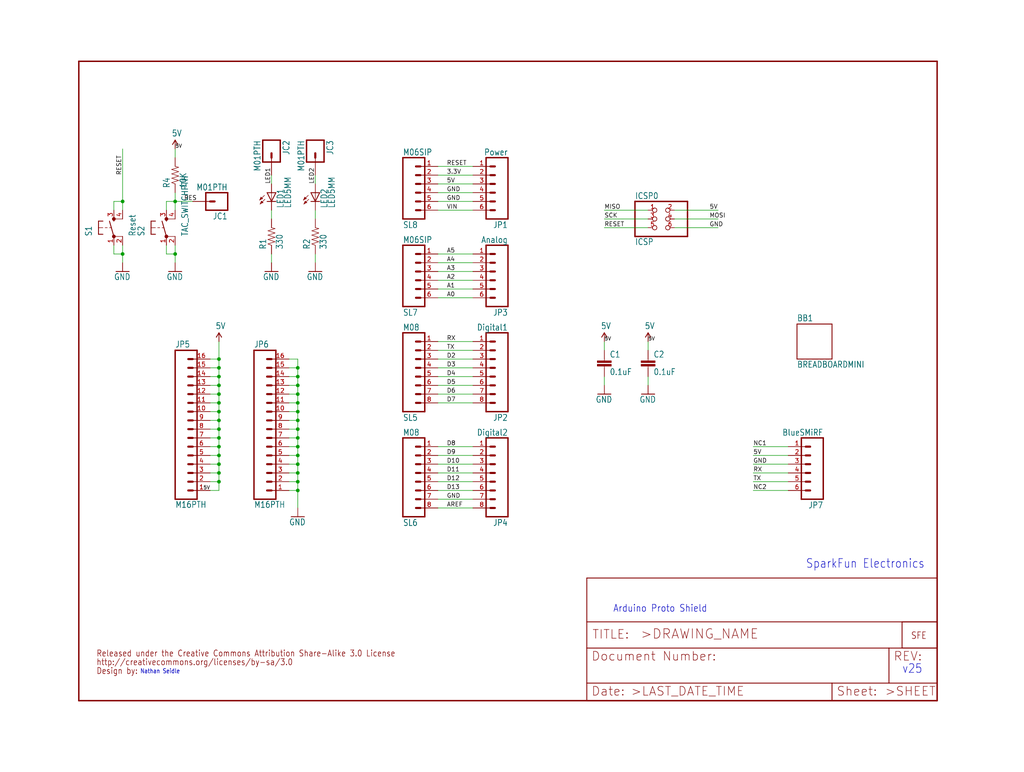
<source format=kicad_sch>
(kicad_sch (version 20211123) (generator eeschema)
  (paper "User" 297.002 223.926)
  (lib_symbols
    (symbol "eagleSchem-eagle-import:BREADBOARDMINI"
      (property "Value" "BREADBOARDMINI" (at -5.08 -7.62 0))
      (symbol "BREADBOARDMINI_1_0"
        (polyline (pts (xy -5.08 -5.08) (xy 5.08 -5.08)) (stroke (width 0.254)))
        (polyline (pts (xy -5.08 5.08) (xy -5.08 -5.08)) (stroke (width 0.254)))
        (polyline (pts (xy 5.08 -5.08) (xy 5.08 5.08)) (stroke (width 0.254)))
        (polyline (pts (xy 5.08 5.08) (xy -5.08 5.08)) (stroke (width 0.254)))
      )
    )
    (symbol "eagleSchem-eagle-import:CAPPTH2"
      (property "Reference" "C" (at 1.524 2.921 0))
      (property "Value" "CAPPTH2" (at 1.524 -2.159 0))
      (symbol "CAPPTH2_1_0"
        (rectangle (start -2.032 0.508) (end 2.032 1.016) (fill (type outline)))
        (rectangle (start -2.032 1.524) (end 2.032 2.032) (fill (type outline)))
        (polyline (pts (xy 0 0) (xy 0 0.508)) (stroke (width 0.1524)))
        (polyline (pts (xy 0 2.54) (xy 0 2.032)) (stroke (width 0.1524)))
        (pin passive line (at 0 5.08 270) (length 2.54) (name "1") (number "1"))
        (pin passive line (at 0 -2.54 90) (length 2.54) (name "2") (number "2"))
      )
    )
    (symbol "eagleSchem-eagle-import:CREATIVE_COMMONS"
      (symbol "CREATIVE_COMMONS_1_0"
        (text "Design by:" (at 0 0 0) (effects (font (size 1.778 1.5113)) (justify left bottom)))
        (text "http://creativecommons.org/licenses/by-sa/3.0" (at 0 2.54 0) (effects (font (size 1.778 1.5113)) (justify left bottom)))
        (text "Released under the Creative Commons Attribution Share-Alike 3.0 License" (at 0 5.08 0) (effects (font (size 1.778 1.5113)) (justify left bottom)))
      )
    )
    (symbol "eagleSchem-eagle-import:FRAME-LETTER"
      (symbol "FRAME-LETTER_1_0"
        (polyline (pts (xy 0 0) (xy 248.92 0)) (stroke (width 0.4064)))
        (polyline (pts (xy 0 185.42) (xy 0 0)) (stroke (width 0.4064)))
        (polyline (pts (xy 0 185.42) (xy 248.92 185.42)) (stroke (width 0.4064)))
        (polyline (pts (xy 248.92 185.42) (xy 248.92 0)) (stroke (width 0.4064)))
      )
      (symbol "FRAME-LETTER_2_0"
        (polyline (pts (xy 0 0) (xy 0 5.08)) (stroke (width 0.254)))
        (polyline (pts (xy 0 0) (xy 71.12 0)) (stroke (width 0.254)))
        (polyline (pts (xy 0 5.08) (xy 0 15.24)) (stroke (width 0.254)))
        (polyline (pts (xy 0 5.08) (xy 71.12 5.08)) (stroke (width 0.254)))
        (polyline (pts (xy 0 15.24) (xy 0 22.86)) (stroke (width 0.254)))
        (polyline (pts (xy 0 22.86) (xy 0 35.56)) (stroke (width 0.254)))
        (polyline (pts (xy 0 22.86) (xy 101.6 22.86)) (stroke (width 0.254)))
        (polyline (pts (xy 71.12 0) (xy 101.6 0)) (stroke (width 0.254)))
        (polyline (pts (xy 71.12 5.08) (xy 71.12 0)) (stroke (width 0.254)))
        (polyline (pts (xy 71.12 5.08) (xy 87.63 5.08)) (stroke (width 0.254)))
        (polyline (pts (xy 87.63 5.08) (xy 101.6 5.08)) (stroke (width 0.254)))
        (polyline (pts (xy 87.63 15.24) (xy 0 15.24)) (stroke (width 0.254)))
        (polyline (pts (xy 87.63 15.24) (xy 87.63 5.08)) (stroke (width 0.254)))
        (polyline (pts (xy 101.6 5.08) (xy 101.6 0)) (stroke (width 0.254)))
        (polyline (pts (xy 101.6 15.24) (xy 87.63 15.24)) (stroke (width 0.254)))
        (polyline (pts (xy 101.6 15.24) (xy 101.6 5.08)) (stroke (width 0.254)))
        (polyline (pts (xy 101.6 22.86) (xy 101.6 15.24)) (stroke (width 0.254)))
        (polyline (pts (xy 101.6 35.56) (xy 0 35.56)) (stroke (width 0.254)))
        (polyline (pts (xy 101.6 35.56) (xy 101.6 22.86)) (stroke (width 0.254)))
        (text ">DRAWING_NAME" (at 15.494 17.78 0) (effects (font (size 2.7432 2.7432)) (justify left bottom)))
        (text ">LAST_DATE_TIME" (at 12.7 1.27 0) (effects (font (size 2.54 2.54)) (justify left bottom)))
        (text ">SHEET" (at 86.36 1.27 0) (effects (font (size 2.54 2.54)) (justify left bottom)))
        (text "Date:" (at 1.27 1.27 0) (effects (font (size 2.54 2.54)) (justify left bottom)))
        (text "Document Number:" (at 1.27 11.43 0) (effects (font (size 2.54 2.54)) (justify left bottom)))
        (text "REV:" (at 88.9 11.43 0) (effects (font (size 2.54 2.54)) (justify left bottom)))
        (text "Sheet:" (at 72.39 1.27 0) (effects (font (size 2.54 2.54)) (justify left bottom)))
        (text "TITLE:" (at 1.524 17.78 0) (effects (font (size 2.54 2.54)) (justify left bottom)))
      )
    )
    (symbol "eagleSchem-eagle-import:GND" (power)
      (property "Value" "GND" (at -2.54 -2.54 0))
      (symbol "GND_1_0"
        (polyline (pts (xy -1.905 0) (xy 1.905 0)) (stroke (width 0.254)))
        (pin power_in line (at 0 2.54 270) (length 2.54) (name "GND") (number "1"))
      )
    )
    (symbol "eagleSchem-eagle-import:LED5MM"
      (property "Reference" "LED" (at 3.556 -4.572 90))
      (property "Value" "LED5MM" (at 5.715 -4.572 90))
      (symbol "LED5MM_1_0"
        (polyline (pts (xy -2.032 -0.762) (xy -3.429 -2.159)) (stroke (width 0.1524)))
        (polyline (pts (xy -1.905 -1.905) (xy -3.302 -3.302)) (stroke (width 0.1524)))
        (polyline (pts (xy 0 -2.54) (xy -1.27 -2.54)) (stroke (width 0.254)))
        (polyline (pts (xy 0 -2.54) (xy -1.27 0)) (stroke (width 0.254)))
        (polyline (pts (xy 0 0) (xy -1.27 0)) (stroke (width 0.254)))
        (polyline (pts (xy 0 0) (xy 0 -2.54)) (stroke (width 0.1524)))
        (polyline (pts (xy 1.27 -2.54) (xy 0 -2.54)) (stroke (width 0.254)))
        (polyline (pts (xy 1.27 0) (xy 0 -2.54)) (stroke (width 0.254)))
        (polyline (pts (xy 1.27 0) (xy 0 0)) (stroke (width 0.254)))
        (polyline (pts (xy -3.429 -2.159) (xy -3.048 -1.27) (xy -2.54 -1.778)) (fill (type outline)))
        (polyline (pts (xy -3.302 -3.302) (xy -2.921 -2.413) (xy -2.413 -2.921)) (fill (type outline)))
        (pin passive line (at 0 2.54 270) (length 2.54) (name "A") (number "A"))
        (pin passive line (at 0 -5.08 90) (length 2.54) (name "C") (number "K"))
      )
    )
    (symbol "eagleSchem-eagle-import:LOGO-SFENEW"
      (symbol "LOGO-SFENEW_1_0"
        (polyline (pts (xy -2.54 -2.54) (xy 7.62 -2.54)) (stroke (width 0.254)))
        (polyline (pts (xy -2.54 5.08) (xy -2.54 -2.54)) (stroke (width 0.254)))
        (polyline (pts (xy 7.62 -2.54) (xy 7.62 5.08)) (stroke (width 0.254)))
        (polyline (pts (xy 7.62 5.08) (xy -2.54 5.08)) (stroke (width 0.254)))
        (text "SFE" (at 0 0 0) (effects (font (size 1.9304 1.6408)) (justify left bottom)))
      )
    )
    (symbol "eagleSchem-eagle-import:M01PTH"
      (property "Reference" "JP" (at -2.54 3.302 0))
      (property "Value" "M01PTH" (at -2.54 -5.08 0))
      (symbol "M01PTH_1_0"
        (polyline (pts (xy -2.54 2.54) (xy -2.54 -2.54)) (stroke (width 0.4064)))
        (polyline (pts (xy -2.54 2.54) (xy 3.81 2.54)) (stroke (width 0.4064)))
        (polyline (pts (xy 1.27 0) (xy 2.54 0)) (stroke (width 0.6096)))
        (polyline (pts (xy 3.81 -2.54) (xy -2.54 -2.54)) (stroke (width 0.4064)))
        (polyline (pts (xy 3.81 -2.54) (xy 3.81 2.54)) (stroke (width 0.4064)))
        (pin passive line (at 7.62 0 180) (length 5.08) (name "1") (number "1"))
      )
    )
    (symbol "eagleSchem-eagle-import:M06SIP"
      (property "Reference" "JP" (at -5.08 10.922 0))
      (property "Value" "M06SIP" (at -5.08 -10.16 0))
      (symbol "M06SIP_1_0"
        (polyline (pts (xy -5.08 10.16) (xy -5.08 -7.62)) (stroke (width 0.4064)))
        (polyline (pts (xy -5.08 10.16) (xy 1.27 10.16)) (stroke (width 0.4064)))
        (polyline (pts (xy -1.27 -5.08) (xy 0 -5.08)) (stroke (width 0.6096)))
        (polyline (pts (xy -1.27 -2.54) (xy 0 -2.54)) (stroke (width 0.6096)))
        (polyline (pts (xy -1.27 0) (xy 0 0)) (stroke (width 0.6096)))
        (polyline (pts (xy -1.27 2.54) (xy 0 2.54)) (stroke (width 0.6096)))
        (polyline (pts (xy -1.27 5.08) (xy 0 5.08)) (stroke (width 0.6096)))
        (polyline (pts (xy -1.27 7.62) (xy 0 7.62)) (stroke (width 0.6096)))
        (polyline (pts (xy 1.27 -7.62) (xy -5.08 -7.62)) (stroke (width 0.4064)))
        (polyline (pts (xy 1.27 -7.62) (xy 1.27 10.16)) (stroke (width 0.4064)))
        (pin passive line (at 5.08 -5.08 180) (length 5.08) (name "1") (number "1"))
        (pin passive line (at 5.08 -2.54 180) (length 5.08) (name "2") (number "2"))
        (pin passive line (at 5.08 0 180) (length 5.08) (name "3") (number "3"))
        (pin passive line (at 5.08 2.54 180) (length 5.08) (name "4") (number "4"))
        (pin passive line (at 5.08 5.08 180) (length 5.08) (name "5") (number "5"))
        (pin passive line (at 5.08 7.62 180) (length 5.08) (name "6") (number "6"))
      )
    )
    (symbol "eagleSchem-eagle-import:M08"
      (property "Reference" "JP" (at -5.08 13.462 0))
      (property "Value" "M08" (at -5.08 -12.7 0))
      (symbol "M08_1_0"
        (polyline (pts (xy -5.08 12.7) (xy -5.08 -10.16)) (stroke (width 0.4064)))
        (polyline (pts (xy -5.08 12.7) (xy 1.27 12.7)) (stroke (width 0.4064)))
        (polyline (pts (xy -1.27 -7.62) (xy 0 -7.62)) (stroke (width 0.6096)))
        (polyline (pts (xy -1.27 -5.08) (xy 0 -5.08)) (stroke (width 0.6096)))
        (polyline (pts (xy -1.27 -2.54) (xy 0 -2.54)) (stroke (width 0.6096)))
        (polyline (pts (xy -1.27 0) (xy 0 0)) (stroke (width 0.6096)))
        (polyline (pts (xy -1.27 2.54) (xy 0 2.54)) (stroke (width 0.6096)))
        (polyline (pts (xy -1.27 5.08) (xy 0 5.08)) (stroke (width 0.6096)))
        (polyline (pts (xy -1.27 7.62) (xy 0 7.62)) (stroke (width 0.6096)))
        (polyline (pts (xy -1.27 10.16) (xy 0 10.16)) (stroke (width 0.6096)))
        (polyline (pts (xy 1.27 -10.16) (xy -5.08 -10.16)) (stroke (width 0.4064)))
        (polyline (pts (xy 1.27 -10.16) (xy 1.27 12.7)) (stroke (width 0.4064)))
        (pin passive line (at 5.08 -7.62 180) (length 5.08) (name "1") (number "1"))
        (pin passive line (at 5.08 -5.08 180) (length 5.08) (name "2") (number "2"))
        (pin passive line (at 5.08 -2.54 180) (length 5.08) (name "3") (number "3"))
        (pin passive line (at 5.08 0 180) (length 5.08) (name "4") (number "4"))
        (pin passive line (at 5.08 2.54 180) (length 5.08) (name "5") (number "5"))
        (pin passive line (at 5.08 5.08 180) (length 5.08) (name "6") (number "6"))
        (pin passive line (at 5.08 7.62 180) (length 5.08) (name "7") (number "7"))
        (pin passive line (at 5.08 10.16 180) (length 5.08) (name "8") (number "8"))
      )
    )
    (symbol "eagleSchem-eagle-import:M16PTH"
      (property "Reference" "JP" (at 0 21.082 0))
      (property "Value" "M16PTH" (at 0 -25.4 0))
      (symbol "M16PTH_1_0"
        (polyline (pts (xy 0 20.32) (xy 0 -22.86)) (stroke (width 0.4064)))
        (polyline (pts (xy 0 20.32) (xy 6.35 20.32)) (stroke (width 0.4064)))
        (polyline (pts (xy 3.81 -20.32) (xy 5.08 -20.32)) (stroke (width 0.6096)))
        (polyline (pts (xy 3.81 -17.78) (xy 5.08 -17.78)) (stroke (width 0.6096)))
        (polyline (pts (xy 3.81 -15.24) (xy 5.08 -15.24)) (stroke (width 0.6096)))
        (polyline (pts (xy 3.81 -12.7) (xy 5.08 -12.7)) (stroke (width 0.6096)))
        (polyline (pts (xy 3.81 -10.16) (xy 5.08 -10.16)) (stroke (width 0.6096)))
        (polyline (pts (xy 3.81 -7.62) (xy 5.08 -7.62)) (stroke (width 0.6096)))
        (polyline (pts (xy 3.81 -5.08) (xy 5.08 -5.08)) (stroke (width 0.6096)))
        (polyline (pts (xy 3.81 -2.54) (xy 5.08 -2.54)) (stroke (width 0.6096)))
        (polyline (pts (xy 3.81 0) (xy 5.08 0)) (stroke (width 0.6096)))
        (polyline (pts (xy 3.81 2.54) (xy 5.08 2.54)) (stroke (width 0.6096)))
        (polyline (pts (xy 3.81 5.08) (xy 5.08 5.08)) (stroke (width 0.6096)))
        (polyline (pts (xy 3.81 7.62) (xy 5.08 7.62)) (stroke (width 0.6096)))
        (polyline (pts (xy 3.81 10.16) (xy 5.08 10.16)) (stroke (width 0.6096)))
        (polyline (pts (xy 3.81 12.7) (xy 5.08 12.7)) (stroke (width 0.6096)))
        (polyline (pts (xy 3.81 15.24) (xy 5.08 15.24)) (stroke (width 0.6096)))
        (polyline (pts (xy 3.81 17.78) (xy 5.08 17.78)) (stroke (width 0.6096)))
        (polyline (pts (xy 6.35 -22.86) (xy 0 -22.86)) (stroke (width 0.4064)))
        (polyline (pts (xy 6.35 -22.86) (xy 6.35 20.32)) (stroke (width 0.4064)))
        (pin passive line (at 10.16 -20.32 180) (length 5.08) (name "1") (number "1"))
        (pin passive line (at 10.16 2.54 180) (length 5.08) (name "10") (number "10"))
        (pin passive line (at 10.16 5.08 180) (length 5.08) (name "11") (number "11"))
        (pin passive line (at 10.16 7.62 180) (length 5.08) (name "12") (number "12"))
        (pin passive line (at 10.16 10.16 180) (length 5.08) (name "13") (number "13"))
        (pin passive line (at 10.16 12.7 180) (length 5.08) (name "14") (number "14"))
        (pin passive line (at 10.16 15.24 180) (length 5.08) (name "15") (number "15"))
        (pin passive line (at 10.16 17.78 180) (length 5.08) (name "16") (number "16"))
        (pin passive line (at 10.16 -17.78 180) (length 5.08) (name "2") (number "2"))
        (pin passive line (at 10.16 -15.24 180) (length 5.08) (name "3") (number "3"))
        (pin passive line (at 10.16 -12.7 180) (length 5.08) (name "4") (number "4"))
        (pin passive line (at 10.16 -10.16 180) (length 5.08) (name "5") (number "5"))
        (pin passive line (at 10.16 -7.62 180) (length 5.08) (name "6") (number "6"))
        (pin passive line (at 10.16 -5.08 180) (length 5.08) (name "7") (number "7"))
        (pin passive line (at 10.16 -2.54 180) (length 5.08) (name "8") (number "8"))
        (pin passive line (at 10.16 0 180) (length 5.08) (name "9") (number "9"))
      )
    )
    (symbol "eagleSchem-eagle-import:PINHD-2X3"
      (property "Reference" "JP" (at -6.35 5.715 0))
      (property "Value" "PINHD-2X3" (at -6.35 -7.62 0))
      (symbol "PINHD-2X3_1_0"
        (polyline (pts (xy -6.35 -5.08) (xy 8.89 -5.08)) (stroke (width 0.4064)))
        (polyline (pts (xy -6.35 5.08) (xy -6.35 -5.08)) (stroke (width 0.4064)))
        (polyline (pts (xy 8.89 -5.08) (xy 8.89 5.08)) (stroke (width 0.4064)))
        (polyline (pts (xy 8.89 5.08) (xy -6.35 5.08)) (stroke (width 0.4064)))
        (pin passive inverted (at -2.54 2.54 0) (length 2.54) (name "1") (number "1"))
        (pin passive inverted (at 5.08 2.54 180) (length 2.54) (name "2") (number "2"))
        (pin passive inverted (at -2.54 0 0) (length 2.54) (name "3") (number "3"))
        (pin passive inverted (at 5.08 0 180) (length 2.54) (name "4") (number "4"))
        (pin passive inverted (at -2.54 -2.54 0) (length 2.54) (name "5") (number "5"))
        (pin passive inverted (at 5.08 -2.54 180) (length 2.54) (name "6") (number "6"))
      )
    )
    (symbol "eagleSchem-eagle-import:RESISTORPTH1"
      (property "Reference" "R" (at -3.81 1.4986 0))
      (property "Value" "RESISTORPTH1" (at -3.81 -3.302 0))
      (symbol "RESISTORPTH1_1_0"
        (polyline (pts (xy -2.54 0) (xy -2.159 1.016)) (stroke (width 0.1524)))
        (polyline (pts (xy -2.159 1.016) (xy -1.524 -1.016)) (stroke (width 0.1524)))
        (polyline (pts (xy -1.524 -1.016) (xy -0.889 1.016)) (stroke (width 0.1524)))
        (polyline (pts (xy -0.889 1.016) (xy -0.254 -1.016)) (stroke (width 0.1524)))
        (polyline (pts (xy -0.254 -1.016) (xy 0.381 1.016)) (stroke (width 0.1524)))
        (polyline (pts (xy 0.381 1.016) (xy 1.016 -1.016)) (stroke (width 0.1524)))
        (polyline (pts (xy 1.016 -1.016) (xy 1.651 1.016)) (stroke (width 0.1524)))
        (polyline (pts (xy 1.651 1.016) (xy 2.286 -1.016)) (stroke (width 0.1524)))
        (polyline (pts (xy 2.286 -1.016) (xy 2.54 0)) (stroke (width 0.1524)))
        (pin passive line (at -5.08 0 0) (length 2.54) (name "1") (number "P$1"))
        (pin passive line (at 5.08 0 180) (length 2.54) (name "2") (number "P$2"))
      )
    )
    (symbol "eagleSchem-eagle-import:TAC_SWITCHPTH"
      (property "Reference" "S" (at -2.54 6.35 0))
      (property "Value" "TAC_SWITCHPTH" (at -2.54 -6.35 0))
      (symbol "TAC_SWITCHPTH_1_0"
        (circle (center -2.54 0) (radius 0.127) (stroke (width 0.4064)))
        (polyline (pts (xy -2.54 -2.54) (xy -2.54 0)) (stroke (width 0.1524)))
        (polyline (pts (xy -2.54 0) (xy 1.905 1.27)) (stroke (width 0.254)))
        (polyline (pts (xy -1.905 4.445) (xy -1.905 3.175)) (stroke (width 0.254)))
        (polyline (pts (xy 0 1.27) (xy 0 0.635)) (stroke (width 0.1524)))
        (polyline (pts (xy 0 2.54) (xy 0 1.905)) (stroke (width 0.1524)))
        (polyline (pts (xy 0 4.445) (xy -1.905 4.445)) (stroke (width 0.254)))
        (polyline (pts (xy 0 4.445) (xy 0 3.175)) (stroke (width 0.1524)))
        (polyline (pts (xy 1.905 0) (xy 2.54 0)) (stroke (width 0.254)))
        (polyline (pts (xy 1.905 4.445) (xy 0 4.445)) (stroke (width 0.254)))
        (polyline (pts (xy 1.905 4.445) (xy 1.905 3.175)) (stroke (width 0.254)))
        (polyline (pts (xy 2.54 -2.54) (xy 2.54 0)) (stroke (width 0.1524)))
        (circle (center 2.54 0) (radius 0.127) (stroke (width 0.4064)))
        (pin passive line (at -5.08 0 0) (length 2.54) (name "1") (number "1"))
        (pin passive line (at -5.08 -2.54 0) (length 2.54) (name "2") (number "2"))
        (pin passive line (at 5.08 0 180) (length 2.54) (name "3") (number "3"))
        (pin passive line (at 5.08 -2.54 180) (length 2.54) (name "4") (number "4"))
      )
    )
    (symbol "eagleSchem-eagle-import:VCC" (power)
      (property "Value" "VCC" (at -1.016 3.556 0))
      (symbol "VCC_1_0"
        (polyline (pts (xy 0 2.54) (xy -0.762 1.27)) (stroke (width 0.254)))
        (polyline (pts (xy 0.762 1.27) (xy 0 2.54)) (stroke (width 0.254)))
        (pin power_in line (at 0 0 90) (length 2.54) (name "VCC") (number "1"))
      )
    )
  )
  (junction (at 86.36 111.76))
  (junction (at 35.56 58.42))
  (junction (at 86.36 124.46))
  (junction (at 63.5 104.14))
  (junction (at 63.5 134.62))
  (junction (at 86.36 106.68))
  (junction (at 86.36 142.24))
  (junction (at 86.36 116.84))
  (junction (at 63.5 129.54))
  (junction (at 86.36 132.08))
  (junction (at 63.5 106.68))
  (junction (at 86.36 129.54))
  (junction (at 86.36 137.16))
  (junction (at 63.5 121.92))
  (junction (at 63.5 114.3))
  (junction (at 63.5 127))
  (junction (at 86.36 114.3))
  (junction (at 63.5 132.08))
  (junction (at 86.36 127))
  (junction (at 86.36 121.92))
  (junction (at 63.5 124.46))
  (junction (at 63.5 139.7))
  (junction (at 50.8 73.66))
  (junction (at 63.5 111.76))
  (junction (at 86.36 134.62))
  (junction (at 50.8 58.42))
  (junction (at 86.36 119.38))
  (junction (at 35.56 73.66))
  (junction (at 63.5 116.84))
  (junction (at 86.36 109.22))
  (junction (at 86.36 139.7))
  (junction (at 63.5 119.38))
  (junction (at 63.5 137.16))
  (junction (at 63.5 109.22))
  (wire (pts (xy 127 73.66) (xy 137.16 73.66)))
  (wire (pts (xy 228.6 137.16) (xy 218.44 137.16)))
  (wire (pts (xy 50.8 58.42) (xy 50.8 60.96)))
  (wire (pts (xy 86.36 119.38) (xy 86.36 121.92)))
  (wire (pts (xy 60.96 121.92) (xy 63.5 121.92)))
  (wire (pts (xy 137.16 147.32) (xy 127 147.32)))
  (wire (pts (xy 83.82 121.92) (xy 86.36 121.92)))
  (wire (pts (xy 35.56 58.42) (xy 35.56 60.96)))
  (wire (pts (xy 83.82 116.84) (xy 86.36 116.84)))
  (wire (pts (xy 60.96 129.54) (xy 63.5 129.54)))
  (wire (pts (xy 86.36 137.16) (xy 86.36 139.7)))
  (wire (pts (xy 60.96 134.62) (xy 63.5 134.62)))
  (wire (pts (xy 137.16 101.6) (xy 127 101.6)))
  (wire (pts (xy 63.5 134.62) (xy 63.5 132.08)))
  (wire (pts (xy 63.5 139.7) (xy 63.5 137.16)))
  (wire (pts (xy 86.36 116.84) (xy 86.36 119.38)))
  (wire (pts (xy 60.96 106.68) (xy 63.5 106.68)))
  (wire (pts (xy 127 114.3) (xy 137.16 114.3)))
  (wire (pts (xy 228.6 142.24) (xy 218.44 142.24)))
  (wire (pts (xy 127 109.22) (xy 137.16 109.22)))
  (wire (pts (xy 127 129.54) (xy 137.16 129.54)))
  (wire (pts (xy 60.96 137.16) (xy 63.5 137.16)))
  (wire (pts (xy 137.16 106.68) (xy 127 106.68)))
  (wire (pts (xy 86.36 127) (xy 86.36 129.54)))
  (wire (pts (xy 91.44 76.2) (xy 91.44 73.66)))
  (wire (pts (xy 83.82 139.7) (xy 86.36 139.7)))
  (wire (pts (xy 60.96 114.3) (xy 63.5 114.3)))
  (wire (pts (xy 33.02 73.66) (xy 35.56 73.66)))
  (wire (pts (xy 228.6 134.62) (xy 218.44 134.62)))
  (wire (pts (xy 35.56 73.66) (xy 35.56 76.2)))
  (wire (pts (xy 60.96 142.24) (xy 63.5 142.24)))
  (wire (pts (xy 60.96 116.84) (xy 63.5 116.84)))
  (wire (pts (xy 137.16 116.84) (xy 127 116.84)))
  (wire (pts (xy 127 60.96) (xy 137.16 60.96)))
  (wire (pts (xy 187.96 99.06) (xy 187.96 101.6)))
  (wire (pts (xy 83.82 109.22) (xy 86.36 109.22)))
  (wire (pts (xy 86.36 129.54) (xy 86.36 132.08)))
  (wire (pts (xy 91.44 50.8) (xy 91.44 53.34)))
  (wire (pts (xy 50.8 43.18) (xy 50.8 45.72)))
  (wire (pts (xy 60.96 119.38) (xy 63.5 119.38)))
  (wire (pts (xy 83.82 127) (xy 86.36 127)))
  (wire (pts (xy 127 139.7) (xy 137.16 139.7)))
  (wire (pts (xy 63.5 137.16) (xy 63.5 134.62)))
  (wire (pts (xy 137.16 111.76) (xy 127 111.76)))
  (wire (pts (xy 86.36 106.68) (xy 86.36 109.22)))
  (wire (pts (xy 137.16 78.74) (xy 127 78.74)))
  (wire (pts (xy 63.5 119.38) (xy 63.5 116.84)))
  (wire (pts (xy 127 104.14) (xy 137.16 104.14)))
  (wire (pts (xy 127 76.2) (xy 137.16 76.2)))
  (wire (pts (xy 60.96 139.7) (xy 63.5 139.7)))
  (wire (pts (xy 33.02 58.42) (xy 35.56 58.42)))
  (wire (pts (xy 86.36 139.7) (xy 86.36 142.24)))
  (wire (pts (xy 195.58 60.96) (xy 208.28 60.96)))
  (wire (pts (xy 86.36 111.76) (xy 86.36 114.3)))
  (wire (pts (xy 63.5 142.24) (xy 63.5 139.7)))
  (wire (pts (xy 86.36 114.3) (xy 86.36 116.84)))
  (wire (pts (xy 60.96 124.46) (xy 63.5 124.46)))
  (wire (pts (xy 83.82 124.46) (xy 86.36 124.46)))
  (wire (pts (xy 63.5 114.3) (xy 63.5 111.76)))
  (wire (pts (xy 187.96 66.04) (xy 175.26 66.04)))
  (wire (pts (xy 78.74 50.8) (xy 78.74 53.34)))
  (wire (pts (xy 83.82 132.08) (xy 86.36 132.08)))
  (wire (pts (xy 33.02 71.12) (xy 33.02 73.66)))
  (wire (pts (xy 83.82 134.62) (xy 86.36 134.62)))
  (wire (pts (xy 127 50.8) (xy 137.16 50.8)))
  (wire (pts (xy 50.8 73.66) (xy 50.8 71.12)))
  (wire (pts (xy 83.82 142.24) (xy 86.36 142.24)))
  (wire (pts (xy 137.16 137.16) (xy 127 137.16)))
  (wire (pts (xy 127 58.42) (xy 137.16 58.42)))
  (wire (pts (xy 127 55.88) (xy 137.16 55.88)))
  (wire (pts (xy 63.5 127) (xy 63.5 124.46)))
  (wire (pts (xy 127 48.26) (xy 137.16 48.26)))
  (wire (pts (xy 86.36 104.14) (xy 86.36 106.68)))
  (wire (pts (xy 137.16 132.08) (xy 127 132.08)))
  (wire (pts (xy 50.8 58.42) (xy 50.8 55.88)))
  (wire (pts (xy 127 81.28) (xy 137.16 81.28)))
  (wire (pts (xy 33.02 60.96) (xy 33.02 58.42)))
  (wire (pts (xy 86.36 142.24) (xy 86.36 147.32)))
  (wire (pts (xy 83.82 104.14) (xy 86.36 104.14)))
  (wire (pts (xy 48.26 60.96) (xy 48.26 58.42)))
  (wire (pts (xy 48.26 58.42) (xy 50.8 58.42)))
  (wire (pts (xy 228.6 132.08) (xy 218.44 132.08)))
  (wire (pts (xy 60.96 109.22) (xy 63.5 109.22)))
  (wire (pts (xy 48.26 73.66) (xy 50.8 73.66)))
  (wire (pts (xy 63.5 129.54) (xy 63.5 127)))
  (wire (pts (xy 228.6 139.7) (xy 218.44 139.7)))
  (wire (pts (xy 60.96 132.08) (xy 63.5 132.08)))
  (wire (pts (xy 137.16 83.82) (xy 127 83.82)))
  (wire (pts (xy 63.5 111.76) (xy 63.5 109.22)))
  (wire (pts (xy 127 134.62) (xy 137.16 134.62)))
  (wire (pts (xy 83.82 106.68) (xy 86.36 106.68)))
  (wire (pts (xy 63.5 106.68) (xy 63.5 104.14)))
  (wire (pts (xy 127 144.78) (xy 137.16 144.78)))
  (wire (pts (xy 83.82 119.38) (xy 86.36 119.38)))
  (wire (pts (xy 78.74 60.96) (xy 78.74 63.5)))
  (wire (pts (xy 35.56 73.66) (xy 35.56 71.12)))
  (wire (pts (xy 35.56 43.18) (xy 35.56 58.42)))
  (wire (pts (xy 187.96 111.76) (xy 187.96 109.22)))
  (wire (pts (xy 50.8 73.66) (xy 50.8 76.2)))
  (wire (pts (xy 195.58 66.04) (xy 208.28 66.04)))
  (wire (pts (xy 63.5 116.84) (xy 63.5 114.3)))
  (wire (pts (xy 127 99.06) (xy 137.16 99.06)))
  (wire (pts (xy 48.26 71.12) (xy 48.26 73.66)))
  (wire (pts (xy 86.36 132.08) (xy 86.36 134.62)))
  (wire (pts (xy 187.96 60.96) (xy 175.26 60.96)))
  (wire (pts (xy 127 53.34) (xy 137.16 53.34)))
  (wire (pts (xy 60.96 127) (xy 63.5 127)))
  (wire (pts (xy 83.82 114.3) (xy 86.36 114.3)))
  (wire (pts (xy 86.36 121.92) (xy 86.36 124.46)))
  (wire (pts (xy 63.5 124.46) (xy 63.5 121.92)))
  (wire (pts (xy 83.82 111.76) (xy 86.36 111.76)))
  (wire (pts (xy 91.44 60.96) (xy 91.44 63.5)))
  (wire (pts (xy 195.58 63.5) (xy 208.28 63.5)))
  (wire (pts (xy 175.26 99.06) (xy 175.26 101.6)))
  (wire (pts (xy 83.82 129.54) (xy 86.36 129.54)))
  (wire (pts (xy 60.96 111.76) (xy 63.5 111.76)))
  (wire (pts (xy 86.36 134.62) (xy 86.36 137.16)))
  (wire (pts (xy 187.96 63.5) (xy 175.26 63.5)))
  (wire (pts (xy 60.96 104.14) (xy 63.5 104.14)))
  (wire (pts (xy 63.5 104.14) (xy 63.5 99.06)))
  (wire (pts (xy 50.8 58.42) (xy 55.88 58.42)))
  (wire (pts (xy 63.5 132.08) (xy 63.5 129.54)))
  (wire (pts (xy 63.5 109.22) (xy 63.5 106.68)))
  (wire (pts (xy 175.26 111.76) (xy 175.26 109.22)))
  (wire (pts (xy 86.36 109.22) (xy 86.36 111.76)))
  (wire (pts (xy 137.16 142.24) (xy 127 142.24)))
  (wire (pts (xy 63.5 121.92) (xy 63.5 119.38)))
  (wire (pts (xy 83.82 137.16) (xy 86.36 137.16)))
  (wire (pts (xy 86.36 124.46) (xy 86.36 127)))
  (wire (pts (xy 78.74 76.2) (xy 78.74 73.66)))
  (wire (pts (xy 127 86.36) (xy 137.16 86.36)))
  (wire (pts (xy 228.6 129.54) (xy 218.44 129.54)))
  (text "Arduino Proto Shield" (at 177.8 177.8 180) (effects (font (size 2.032 1.7272)) (justify left bottom)))
  (text "Nathan Seidle" (at 40.64 195.58 180) (effects (font (size 1.27 1.0795)) (justify left bottom)))
  (text "SparkFun Electronics" (at 233.68 165.1 180) (effects (font (size 2.54 2.159)) (justify left bottom)))
  (text "v25" (at 261.62 195.58 180) (effects (font (size 2.54 2.159)) (justify left bottom)))
  (label "RX" (at 129.54 99.06 0) (effects (font (size 1.2446 1.2446))))
  (label "A5" (at 129.54 73.66 0) (effects (font (size 1.2446 1.2446))))
  (label "NC1" (at 218.44 129.54 0) (effects (font (size 1.2446 1.2446))))
  (label "A1" (at 129.54 83.82 0) (effects (font (size 1.2446 1.2446))))
  (label "D5" (at 129.54 111.76 0) (effects (font (size 1.2446 1.2446))))
  (label "D9" (at 129.54 132.08 0) (effects (font (size 1.2446 1.2446))))
  (label "AREF" (at 129.54 147.32 0) (effects (font (size 1.2446 1.2446))))
  (label "RESET" (at 129.54 48.26 0) (effects (font (size 1.2446 1.2446))))
  (label "D11" (at 129.54 137.16 0) (effects (font (size 1.2446 1.2446))))
  (label "5V" (at 50.8 43.18 0) (effects (font (size 1.016 1.016))))
  (label "RX" (at 218.44 137.16 0) (effects (font (size 1.2446 1.2446))))
  (label "TX" (at 129.54 101.6 0) (effects (font (size 1.2446 1.2446))))
  (label "SCK" (at 175.26 63.5 0) (effects (font (size 1.2446 1.2446))))
  (label "GND" (at 129.54 55.88 0) (effects (font (size 1.2446 1.2446))))
  (label "GND" (at 218.44 134.62 0) (effects (font (size 1.2446 1.2446))))
  (label "GND" (at 129.54 58.42 0) (effects (font (size 1.2446 1.2446))))
  (label "5V" (at 187.96 99.06 0) (effects (font (size 1.016 1.016))))
  (label "RESET" (at 35.56 50.8 90) (effects (font (size 1.2446 1.2446))))
  (label "5V" (at 129.54 53.34 0) (effects (font (size 1.2446 1.2446))))
  (label "LED1" (at 78.74 53.34 90) (effects (font (size 1.2446 1.2446))))
  (label "D6" (at 129.54 114.3 0) (effects (font (size 1.2446 1.2446))))
  (label "3.3V" (at 129.54 50.8 0) (effects (font (size 1.2446 1.2446))))
  (label "5V" (at 175.26 99.06 0) (effects (font (size 1.016 1.016))))
  (label "D10" (at 129.54 134.62 0) (effects (font (size 1.2446 1.2446))))
  (label "GND" (at 129.54 144.78 0) (effects (font (size 1.2446 1.2446))))
  (label "TX" (at 218.44 139.7 0) (effects (font (size 1.2446 1.2446))))
  (label "GND" (at 205.74 66.04 0) (effects (font (size 1.2446 1.2446))))
  (label "D4" (at 129.54 109.22 0) (effects (font (size 1.2446 1.2446))))
  (label "A2" (at 129.54 81.28 0) (effects (font (size 1.2446 1.2446))))
  (label "5V" (at 205.74 60.96 0) (effects (font (size 1.2446 1.2446))))
  (label "A4" (at 129.54 76.2 0) (effects (font (size 1.2446 1.2446))))
  (label "LED2" (at 91.44 53.34 90) (effects (font (size 1.2446 1.2446))))
  (label "NC2" (at 218.44 142.24 0) (effects (font (size 1.2446 1.2446))))
  (label "MISO" (at 175.26 60.96 0) (effects (font (size 1.2446 1.2446))))
  (label "D8" (at 129.54 129.54 0) (effects (font (size 1.2446 1.2446))))
  (label "5V" (at 218.44 132.08 0) (effects (font (size 1.2446 1.2446))))
  (label "A3" (at 129.54 78.74 0) (effects (font (size 1.2446 1.2446))))
  (label "D3" (at 129.54 106.68 0) (effects (font (size 1.2446 1.2446))))
  (label "D13" (at 129.54 142.24 0) (effects (font (size 1.2446 1.2446))))
  (label "RESET" (at 175.26 66.04 0) (effects (font (size 1.2446 1.2446))))
  (label "RES" (at 53.34 58.42 0) (effects (font (size 1.2446 1.2446))))
  (label "D12" (at 129.54 139.7 0) (effects (font (size 1.2446 1.2446))))
  (label "MOSI" (at 205.74 63.5 0) (effects (font (size 1.2446 1.2446))))
  (label "VIN" (at 129.54 60.96 0) (effects (font (size 1.2446 1.2446))))
  (label "A0" (at 129.54 86.36 0) (effects (font (size 1.2446 1.2446))))
  (label "5V" (at 60.96 142.24 180) (effects (font (size 1.016 1.016))))
  (label "D2" (at 129.54 104.14 0) (effects (font (size 1.2446 1.2446))))
  (label "D7" (at 129.54 116.84 0) (effects (font (size 1.2446 1.2446))))
  (symbol (lib_id "eagleSchem-eagle-import:M06SIP") (at 121.92 78.74 0) (mirror x) (unit 1)
    (property "Reference" "SL7" (at 116.84 89.662 0) (effects (font (size 1.778 1.5113)) (justify left bottom)))
    (property "Value" "M06SIP" (at 116.84 68.58 0) (effects (font (size 1.778 1.5113)) (justify left bottom)))
    (property "Footprint" "eagleSchem:1X06" (effects hide))
  )
  (symbol (lib_id "eagleSchem-eagle-import:M06SIP") (at 142.24 78.74 180) (unit 1)
    (property "Reference" "JP3" (at 147.32 89.662 0) (effects (font (size 1.778 1.5113)) (justify left bottom)))
    (property "Value" "Analog" (at 147.32 68.58 0) (effects (font (size 1.778 1.5113)) (justify left bottom)))
    (property "Footprint" "eagleSchem:1X06" (effects hide))
  )
  (symbol (lib_id "eagleSchem-eagle-import:RESISTORPTH1") (at 78.74 68.58 90) (unit 1)
    (property "Reference" "R1" (at 77.2414 72.39 0) (effects (font (size 1.778 1.5113)) (justify left bottom)))
    (property "Value" "330" (at 82.042 72.39 0) (effects (font (size 1.778 1.5113)) (justify left bottom)))
    (property "Footprint" "eagleSchem:AXIAL-0.3" (effects hide))
  )
  (symbol (lib_id "eagleSchem-eagle-import:M08") (at 142.24 106.68 180) (unit 1)
    (property "Reference" "JP2" (at 147.32 120.142 0) (effects (font (size 1.778 1.5113)) (justify left bottom)))
    (property "Value" "Digital1" (at 147.32 93.98 0) (effects (font (size 1.778 1.5113)) (justify left bottom)))
    (property "Footprint" "eagleSchem:1X08" (effects hide))
  )
  (symbol (lib_id "eagleSchem-eagle-import:M08") (at 121.92 106.68 0) (mirror x) (unit 1)
    (property "Reference" "SL5" (at 116.84 120.142 0) (effects (font (size 1.778 1.5113)) (justify left bottom)))
    (property "Value" "M08" (at 116.84 93.98 0) (effects (font (size 1.778 1.5113)) (justify left bottom)))
    (property "Footprint" "eagleSchem:1X08" (effects hide))
  )
  (symbol (lib_id "eagleSchem-eagle-import:GND") (at 91.44 78.74 0) (unit 1)
    (property "Reference" "#GND2" (effects hide))
    (property "Value" "GND" (at 88.9 81.28 0) (effects (font (size 1.778 1.5113)) (justify left bottom)))
    (property "Footprint" "eagleSchem:" (effects hide))
  )
  (symbol (lib_id "eagleSchem-eagle-import:M01PTH") (at 63.5 58.42 180) (unit 1)
    (property "Reference" "JC1" (at 66.04 61.722 0) (effects (font (size 1.778 1.5113)) (justify left bottom)))
    (property "Value" "M01PTH" (at 66.04 53.34 0) (effects (font (size 1.778 1.5113)) (justify left bottom)))
    (property "Footprint" "eagleSchem:1X01" (effects hide))
  )
  (symbol (lib_id "eagleSchem-eagle-import:BREADBOARDMINI") (at 236.22 99.06 0) (unit 1)
    (property "Reference" "BB1" (at 231.14 93.218 0) (effects (font (size 1.778 1.5113)) (justify left bottom)))
    (property "Value" "BREADBOARDMINI" (at 231.14 106.68 0) (effects (font (size 1.778 1.5113)) (justify left bottom)))
    (property "Footprint" "eagleSchem:BREADBOARD-MINI" (effects hide))
  )
  (symbol (lib_id "eagleSchem-eagle-import:M08") (at 121.92 137.16 0) (mirror x) (unit 1)
    (property "Reference" "SL6" (at 116.84 150.622 0) (effects (font (size 1.778 1.5113)) (justify left bottom)))
    (property "Value" "M08" (at 116.84 124.46 0) (effects (font (size 1.778 1.5113)) (justify left bottom)))
    (property "Footprint" "eagleSchem:1X08" (effects hide))
  )
  (symbol (lib_id "eagleSchem-eagle-import:VCC") (at 175.26 99.06 0) (unit 1)
    (property "Reference" "#P+3" (effects hide))
    (property "Value" "5V" (at 174.244 95.504 0) (effects (font (size 1.778 1.5113)) (justify left bottom)))
    (property "Footprint" "eagleSchem:" (effects hide))
  )
  (symbol (lib_id "eagleSchem-eagle-import:VCC") (at 187.96 99.06 0) (unit 1)
    (property "Reference" "#P+4" (effects hide))
    (property "Value" "5V" (at 186.944 95.504 0) (effects (font (size 1.778 1.5113)) (justify left bottom)))
    (property "Footprint" "eagleSchem:" (effects hide))
  )
  (symbol (lib_id "eagleSchem-eagle-import:FRAME-LETTER") (at 22.86 203.2 0) (unit 1)
    (property "Reference" "#FRAME1" (effects hide))
    (property "Value" "FRAME-LETTER" (effects hide))
    (property "Footprint" "eagleSchem:" (effects hide))
  )
  (symbol (lib_id "eagleSchem-eagle-import:M08") (at 142.24 137.16 180) (unit 1)
    (property "Reference" "JP4" (at 147.32 150.622 0) (effects (font (size 1.778 1.5113)) (justify left bottom)))
    (property "Value" "Digital2" (at 147.32 124.46 0) (effects (font (size 1.778 1.5113)) (justify left bottom)))
    (property "Footprint" "eagleSchem:1X08" (effects hide))
  )
  (symbol (lib_id "eagleSchem-eagle-import:LED5MM") (at 91.44 55.88 0) (unit 1)
    (property "Reference" "LED2" (at 94.996 60.452 90) (effects (font (size 1.778 1.5113)) (justify left bottom)))
    (property "Value" "LED5MM" (at 97.155 60.452 90) (effects (font (size 1.778 1.5113)) (justify left bottom)))
    (property "Footprint" "eagleSchem:LED5MM" (effects hide))
  )
  (symbol (lib_id "eagleSchem-eagle-import:M16PTH") (at 50.8 121.92 0) (unit 1)
    (property "Reference" "JP5" (at 50.8 100.838 0) (effects (font (size 1.778 1.5113)) (justify left bottom)))
    (property "Value" "M16PTH" (at 50.8 147.32 0) (effects (font (size 1.778 1.5113)) (justify left bottom)))
    (property "Footprint" "eagleSchem:1X16" (effects hide))
  )
  (symbol (lib_id "eagleSchem-eagle-import:M01PTH") (at 91.44 43.18 270) (unit 1)
    (property "Reference" "JC3" (at 94.742 40.64 0) (effects (font (size 1.778 1.5113)) (justify left bottom)))
    (property "Value" "M01PTH" (at 86.36 40.64 0) (effects (font (size 1.778 1.5113)) (justify left bottom)))
    (property "Footprint" "eagleSchem:1X01" (effects hide))
  )
  (symbol (lib_id "eagleSchem-eagle-import:PINHD-2X3") (at 190.5 63.5 0) (unit 1)
    (property "Reference" "ICSP0" (at 184.15 57.785 0) (effects (font (size 1.778 1.5113)) (justify left bottom)))
    (property "Value" "ICSP" (at 184.15 71.12 0) (effects (font (size 1.778 1.5113)) (justify left bottom)))
    (property "Footprint" "eagleSchem:2X03" (effects hide))
  )
  (symbol (lib_id "eagleSchem-eagle-import:CAPPTH2") (at 175.26 106.68 0) (unit 1)
    (property "Reference" "C1" (at 176.784 103.759 0) (effects (font (size 1.778 1.5113)) (justify left bottom)))
    (property "Value" "0.1uF" (at 176.784 108.839 0) (effects (font (size 1.778 1.5113)) (justify left bottom)))
    (property "Footprint" "eagleSchem:CAP-PTH-SMALL2" (effects hide))
  )
  (symbol (lib_id "eagleSchem-eagle-import:VCC") (at 63.5 99.06 0) (unit 1)
    (property "Reference" "#P+2" (effects hide))
    (property "Value" "5V" (at 62.484 95.504 0) (effects (font (size 1.778 1.5113)) (justify left bottom)))
    (property "Footprint" "eagleSchem:" (effects hide))
  )
  (symbol (lib_id "eagleSchem-eagle-import:TAC_SWITCHPTH") (at 48.26 66.04 90) (unit 1)
    (property "Reference" "S2" (at 41.91 68.58 0) (effects (font (size 1.778 1.5113)) (justify left bottom)))
    (property "Value" "TAC_SWITCHPTH" (at 54.61 68.58 0) (effects (font (size 1.778 1.5113)) (justify left bottom)))
    (property "Footprint" "eagleSchem:TACTILE-PTH" (effects hide))
  )
  (symbol (lib_id "eagleSchem-eagle-import:M06SIP") (at 121.92 53.34 0) (mirror x) (unit 1)
    (property "Reference" "SL8" (at 116.84 64.262 0) (effects (font (size 1.778 1.5113)) (justify left bottom)))
    (property "Value" "M06SIP" (at 116.84 43.18 0) (effects (font (size 1.778 1.5113)) (justify left bottom)))
    (property "Footprint" "eagleSchem:1X06" (effects hide))
  )
  (symbol (lib_id "eagleSchem-eagle-import:LOGO-SFENEW") (at 264.16 185.42 0) (unit 1)
    (property "Reference" "U$1" (effects hide))
    (property "Value" "LOGO-SFENEW" (effects hide))
    (property "Footprint" "eagleSchem:SFE-NEW-WEBLOGO" (effects hide))
  )
  (symbol (lib_id "eagleSchem-eagle-import:CREATIVE_COMMONS") (at 27.94 195.58 0) (unit 1)
    (property "Reference" "U$2" (effects hide))
    (property "Value" "CREATIVE_COMMONS" (effects hide))
    (property "Footprint" "eagleSchem:CREATIVE_COMMONS" (effects hide))
  )
  (symbol (lib_id "eagleSchem-eagle-import:GND") (at 187.96 114.3 0) (unit 1)
    (property "Reference" "#GND7" (effects hide))
    (property "Value" "GND" (at 185.42 116.84 0) (effects (font (size 1.778 1.5113)) (justify left bottom)))
    (property "Footprint" "eagleSchem:" (effects hide))
  )
  (symbol (lib_id "eagleSchem-eagle-import:M01PTH") (at 78.74 43.18 270) (unit 1)
    (property "Reference" "JC2" (at 82.042 40.64 0) (effects (font (size 1.778 1.5113)) (justify left bottom)))
    (property "Value" "M01PTH" (at 73.66 40.64 0) (effects (font (size 1.778 1.5113)) (justify left bottom)))
    (property "Footprint" "eagleSchem:1X01" (effects hide))
  )
  (symbol (lib_id "eagleSchem-eagle-import:RESISTORPTH1") (at 50.8 50.8 90) (unit 1)
    (property "Reference" "R4" (at 49.3014 54.61 0) (effects (font (size 1.778 1.5113)) (justify left bottom)))
    (property "Value" "10K" (at 54.102 54.61 0) (effects (font (size 1.778 1.5113)) (justify left bottom)))
    (property "Footprint" "eagleSchem:AXIAL-0.3" (effects hide))
  )
  (symbol (lib_id "eagleSchem-eagle-import:VCC") (at 50.8 43.18 0) (unit 1)
    (property "Reference" "#P+1" (effects hide))
    (property "Value" "5V" (at 49.784 39.624 0) (effects (font (size 1.778 1.5113)) (justify left bottom)))
    (property "Footprint" "eagleSchem:" (effects hide))
  )
  (symbol (lib_id "eagleSchem-eagle-import:M06SIP") (at 142.24 53.34 180) (unit 1)
    (property "Reference" "JP1" (at 147.32 64.262 0) (effects (font (size 1.778 1.5113)) (justify left bottom)))
    (property "Value" "Power" (at 147.32 43.18 0) (effects (font (size 1.778 1.5113)) (justify left bottom)))
    (property "Footprint" "eagleSchem:1X06" (effects hide))
  )
  (symbol (lib_id "eagleSchem-eagle-import:RESISTORPTH1") (at 91.44 68.58 90) (unit 1)
    (property "Reference" "R2" (at 89.9414 72.39 0) (effects (font (size 1.778 1.5113)) (justify left bottom)))
    (property "Value" "330" (at 94.742 72.39 0) (effects (font (size 1.778 1.5113)) (justify left bottom)))
    (property "Footprint" "eagleSchem:AXIAL-0.3" (effects hide))
  )
  (symbol (lib_id "eagleSchem-eagle-import:GND") (at 78.74 78.74 0) (unit 1)
    (property "Reference" "#GND3" (effects hide))
    (property "Value" "GND" (at 76.2 81.28 0) (effects (font (size 1.778 1.5113)) (justify left bottom)))
    (property "Footprint" "eagleSchem:" (effects hide))
  )
  (symbol (lib_id "eagleSchem-eagle-import:M06SIP") (at 233.68 134.62 180) (unit 1)
    (property "Reference" "JP7" (at 238.76 145.542 0) (effects (font (size 1.778 1.5113)) (justify left bottom)))
    (property "Value" "BlueSMiRF" (at 238.76 124.46 0) (effects (font (size 1.778 1.5113)) (justify left bottom)))
    (property "Footprint" "eagleSchem:1X06" (effects hide))
  )
  (symbol (lib_id "eagleSchem-eagle-import:GND") (at 35.56 78.74 0) (unit 1)
    (property "Reference" "#GND1" (effects hide))
    (property "Value" "GND" (at 33.02 81.28 0) (effects (font (size 1.778 1.5113)) (justify left bottom)))
    (property "Footprint" "eagleSchem:" (effects hide))
  )
  (symbol (lib_id "eagleSchem-eagle-import:GND") (at 50.8 78.74 0) (unit 1)
    (property "Reference" "#GND5" (effects hide))
    (property "Value" "GND" (at 48.26 81.28 0) (effects (font (size 1.778 1.5113)) (justify left bottom)))
    (property "Footprint" "eagleSchem:" (effects hide))
  )
  (symbol (lib_id "eagleSchem-eagle-import:GND") (at 175.26 114.3 0) (unit 1)
    (property "Reference" "#GND6" (effects hide))
    (property "Value" "GND" (at 172.72 116.84 0) (effects (font (size 1.778 1.5113)) (justify left bottom)))
    (property "Footprint" "eagleSchem:" (effects hide))
  )
  (symbol (lib_id "eagleSchem-eagle-import:FRAME-LETTER") (at 170.18 203.2 0) (unit 2)
    (property "Reference" "#FRAME1" (effects hide))
    (property "Value" "FRAME-LETTER" (effects hide))
    (property "Footprint" "eagleSchem:" (effects hide))
  )
  (symbol (lib_id "eagleSchem-eagle-import:GND") (at 86.36 149.86 0) (unit 1)
    (property "Reference" "#GND4" (effects hide))
    (property "Value" "GND" (at 83.82 152.4 0) (effects (font (size 1.778 1.5113)) (justify left bottom)))
    (property "Footprint" "eagleSchem:" (effects hide))
  )
  (symbol (lib_id "eagleSchem-eagle-import:LED5MM") (at 78.74 55.88 0) (unit 1)
    (property "Reference" "LED1" (at 82.296 60.452 90) (effects (font (size 1.778 1.5113)) (justify left bottom)))
    (property "Value" "LED5MM" (at 84.455 60.452 90) (effects (font (size 1.778 1.5113)) (justify left bottom)))
    (property "Footprint" "eagleSchem:LED5MM" (effects hide))
  )
  (symbol (lib_id "eagleSchem-eagle-import:M16PTH") (at 73.66 121.92 0) (unit 1)
    (property "Reference" "JP6" (at 73.66 100.838 0) (effects (font (size 1.778 1.5113)) (justify left bottom)))
    (property "Value" "M16PTH" (at 73.66 147.32 0) (effects (font (size 1.778 1.5113)) (justify left bottom)))
    (property "Footprint" "eagleSchem:1X16" (effects hide))
  )
  (symbol (lib_id "eagleSchem-eagle-import:TAC_SWITCHPTH") (at 33.02 66.04 90) (unit 1)
    (property "Reference" "S1" (at 26.67 68.58 0) (effects (font (size 1.778 1.5113)) (justify left bottom)))
    (property "Value" "Reset" (at 39.37 68.58 0) (effects (font (size 1.778 1.5113)) (justify left bottom)))
    (property "Footprint" "eagleSchem:TACTILE-PTH" (effects hide))
  )
  (symbol (lib_id "eagleSchem-eagle-import:CAPPTH2") (at 187.96 106.68 0) (unit 1)
    (property "Reference" "C2" (at 189.484 103.759 0) (effects (font (size 1.778 1.5113)) (justify left bottom)))
    (property "Value" "0.1uF" (at 189.484 108.839 0) (effects (font (size 1.778 1.5113)) (justify left bottom)))
    (property "Footprint" "eagleSchem:CAP-PTH-SMALL2" (effects hide))
  )
)
</source>
